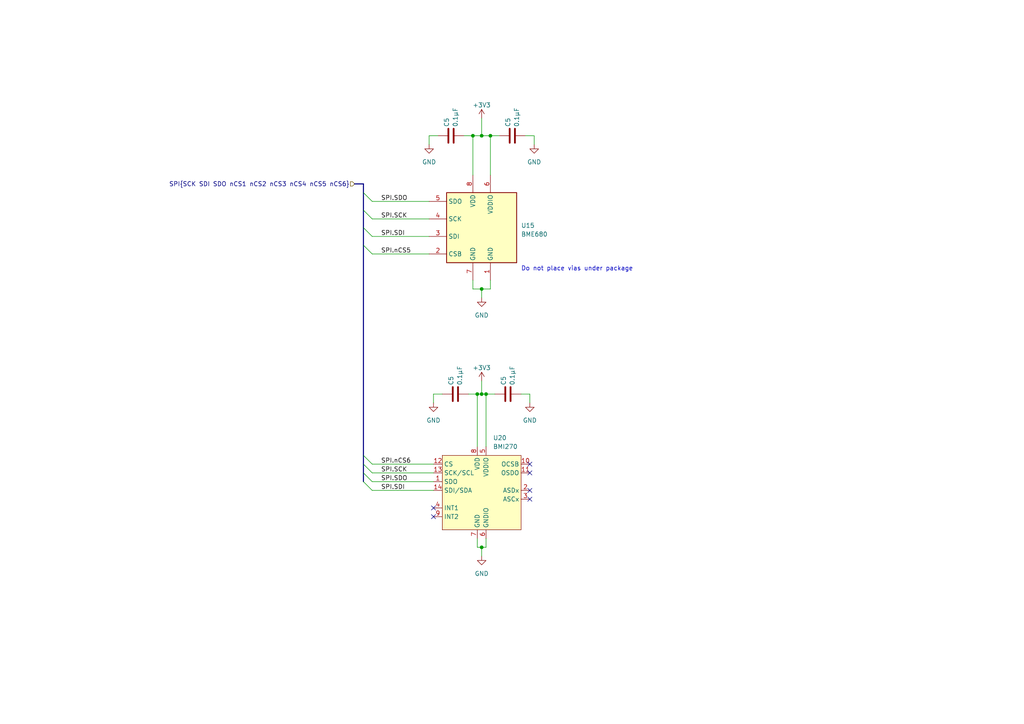
<source format=kicad_sch>
(kicad_sch (version 20230121) (generator eeschema)
  (paper "A4")
  (title_block (rev "1") (company "University of Minnesota") (comment 1 "Author: Thanasi Pantazides, panta013@umn.edu"))
  (lib_symbols
    (symbol "Device:C" (pin_numbers hide) (pin_names (offset 0.254))
      (property "Reference" "C" (at 0.635 2.54 0))
      (property "Value" "C" (at 0.635 -2.54 0))
      (symbol "C_0_1"
        (polyline (pts (xy -2.032 -0.762) (xy 2.032 -0.762)) (stroke (width 0.508)))
        (polyline (pts (xy -2.032 0.762) (xy 2.032 0.762)) (stroke (width 0.508)))
      )
      (symbol "C_1_1"
        (pin passive line (at 0 3.81 270) (length 2.794) (name "~") (number "1"))
        (pin passive line (at 0 -3.81 90) (length 2.794) (name "~") (number "2"))
      )
    )
    (symbol "Sensor:BME680"
      (property "Reference" "U" (at -8.89 11.43 0))
      (property "Value" "BME680" (at 7.62 11.43 0))
      (symbol "BME680_0_1"
        (rectangle (start -10.16 10.16) (end 10.16 -10.16) (stroke (width 0.254)) (fill (type background)))
      )
      (symbol "BME680_1_1"
        (pin power_in line (at -2.54 -15.24 90) (length 5.08) (name "GND") (number "1"))
        (pin input line (at 15.24 -7.62 180) (length 5.08) (name "CSB") (number "2"))
        (pin bidirectional line (at 15.24 -2.54 180) (length 5.08) (name "SDI") (number "3"))
        (pin input line (at 15.24 2.54 180) (length 5.08) (name "SCK") (number "4"))
        (pin bidirectional line (at 15.24 7.62 180) (length 5.08) (name "SDO") (number "5"))
        (pin power_in line (at -2.54 15.24 270) (length 5.08) (name "VDDIO") (number "6"))
        (pin power_in line (at 2.54 -15.24 90) (length 5.08) (name "GND") (number "7"))
        (pin power_in line (at 2.54 15.24 270) (length 5.08) (name "VDD") (number "8"))
      )
    )
    (symbol "Sensor_Motion:BMI270"
      (property "Reference" "U" (at -7.62 1.27 0))
      (property "Value" "BMI270" (at 7.62 1.27 0))
      (symbol "BMI270_0_1"
        (rectangle (start -11.43 0) (end 11.43 -21.59) (fill (type background)))
      )
      (symbol "BMI270_1_1"
        (pin output line (at -13.97 -7.62 0) (length 2.54) (name "SDO") (number "1"))
        (pin input line (at 13.97 -2.54 180) (length 2.54) (name "OCSB") (number "10"))
        (pin output line (at 13.97 -5.08 180) (length 2.54) (name "OSDO") (number "11"))
        (pin input line (at -13.97 -2.54 0) (length 2.54) (name "CS") (number "12"))
        (pin input line (at -13.97 -5.08 0) (length 2.54) (name "SCK/SCL") (number "13"))
        (pin bidirectional line (at -13.97 -10.16 0) (length 2.54) (name "SDI/SDA") (number "14"))
        (pin bidirectional line (at 13.97 -10.16 180) (length 2.54) (name "ASDx") (number "2"))
        (pin bidirectional line (at 13.97 -12.7 180) (length 2.54) (name "ASCx") (number "3"))
        (pin bidirectional line (at -13.97 -15.24 0) (length 2.54) (name "INT1") (number "4"))
        (pin power_in line (at 1.27 2.54 270) (length 2.54) (name "VDDIO") (number "5"))
        (pin passive line (at 1.27 -24.13 90) (length 2.54) (name "GNDIO") (number "6"))
        (pin passive line (at -1.27 -24.13 90) (length 2.54) (name "GND") (number "7"))
        (pin power_in line (at -1.27 2.54 270) (length 2.54) (name "VDD") (number "8"))
        (pin bidirectional line (at -13.97 -17.78 0) (length 2.54) (name "INT2") (number "9"))
      )
    )
    (symbol "power:+3V3" (power) (pin_names (offset 0))
      (property "Value" "+3V3" (at 0 3.556 0))
      (symbol "+3V3_0_1"
        (polyline (pts (xy -0.762 1.27) (xy 0 2.54)))
        (polyline (pts (xy 0 0) (xy 0 2.54)))
        (polyline (pts (xy 0 2.54) (xy 0.762 1.27)))
      )
      (symbol "+3V3_1_1"
        (pin power_in line (at 0 0 90) (length 0) hide (name "+3V3") (number "1"))
      )
    )
    (symbol "power:GND" (power) (pin_names (offset 0))
      (property "Value" "GND" (at 0 -3.81 0))
      (symbol "GND_0_1"
        (polyline (pts (xy 0 0) (xy 0 -1.27) (xy 1.27 -1.27) (xy 0 -2.54) (xy -1.27 -1.27) (xy 0 -1.27)))
      )
      (symbol "GND_1_1"
        (pin power_in line (at 0 0 270) (length 0) hide (name "GND") (number "1"))
      )
    )
  )
  (junction (at 139.7 39.37))
  (junction (at 140.97 114.3))
  (junction (at 137.16 39.37))
  (junction (at 139.7 158.75))
  (junction (at 142.24 39.37))
  (junction (at 139.7 83.82))
  (junction (at 138.43 114.3))
  (junction (at 139.7 114.3))
  (no_connect (at 153.67 134.62))
  (no_connect (at 153.67 144.78))
  (no_connect (at 153.67 137.16))
  (no_connect (at 125.73 147.32))
  (no_connect (at 153.67 142.24))
  (no_connect (at 125.73 149.86))
  (bus_entry (at 105.41 137.16) (size 2.54 2.54))
  (bus_entry (at 105.41 139.7) (size 2.54 2.54))
  (bus_entry (at 105.41 134.62) (size 2.54 2.54))
  (bus_entry (at 105.41 132.08) (size 2.54 2.54))
  (bus_entry (at 105.41 71.12) (size 2.54 2.54))
  (bus_entry (at 105.41 60.96) (size 2.54 2.54))
  (bus_entry (at 105.41 66.04) (size 2.54 2.54))
  (bus_entry (at 105.41 55.88) (size 2.54 2.54))
  (bus (pts (xy 105.41 66.04) (xy 105.41 60.96)))
  (wire (pts (xy 107.95 139.7) (xy 125.73 139.7)))
  (bus (pts (xy 105.41 137.16) (xy 105.41 134.62)))
  (bus (pts (xy 102.87 53.34) (xy 105.41 53.34)))
  (wire (pts (xy 137.16 39.37) (xy 137.16 50.8)))
  (wire (pts (xy 154.94 39.37) (xy 154.94 41.91)))
  (wire (pts (xy 151.13 114.3) (xy 153.67 114.3)))
  (wire (pts (xy 138.43 156.21) (xy 138.43 158.75)))
  (wire (pts (xy 142.24 81.28) (xy 142.24 83.82)))
  (wire (pts (xy 139.7 110.49) (xy 139.7 114.3)))
  (wire (pts (xy 137.16 83.82) (xy 139.7 83.82)))
  (bus (pts (xy 105.41 55.88) (xy 105.41 53.34)))
  (wire (pts (xy 107.95 134.62) (xy 125.73 134.62)))
  (wire (pts (xy 107.95 142.24) (xy 125.73 142.24)))
  (bus (pts (xy 105.41 71.12) (xy 105.41 66.04)))
  (wire (pts (xy 107.95 68.58) (xy 124.46 68.58)))
  (wire (pts (xy 139.7 158.75) (xy 140.97 158.75)))
  (wire (pts (xy 107.95 63.5) (xy 124.46 63.5)))
  (wire (pts (xy 142.24 39.37) (xy 142.24 50.8)))
  (wire (pts (xy 124.46 39.37) (xy 124.46 41.91)))
  (wire (pts (xy 139.7 83.82) (xy 139.7 86.36)))
  (wire (pts (xy 125.73 114.3) (xy 125.73 116.84)))
  (wire (pts (xy 142.24 39.37) (xy 144.78 39.37)))
  (wire (pts (xy 139.7 114.3) (xy 138.43 114.3)))
  (wire (pts (xy 142.24 83.82) (xy 139.7 83.82)))
  (wire (pts (xy 140.97 114.3) (xy 140.97 129.54)))
  (bus (pts (xy 105.41 139.7) (xy 105.41 137.16)))
  (wire (pts (xy 139.7 158.75) (xy 139.7 161.29)))
  (wire (pts (xy 153.67 114.3) (xy 153.67 116.84)))
  (wire (pts (xy 140.97 114.3) (xy 139.7 114.3)))
  (bus (pts (xy 105.41 134.62) (xy 105.41 132.08)))
  (wire (pts (xy 134.62 39.37) (xy 137.16 39.37)))
  (wire (pts (xy 137.16 39.37) (xy 139.7 39.37)))
  (wire (pts (xy 138.43 158.75) (xy 139.7 158.75)))
  (wire (pts (xy 128.27 114.3) (xy 125.73 114.3)))
  (wire (pts (xy 107.95 137.16) (xy 125.73 137.16)))
  (wire (pts (xy 135.89 114.3) (xy 138.43 114.3)))
  (wire (pts (xy 127 39.37) (xy 124.46 39.37)))
  (wire (pts (xy 142.24 39.37) (xy 139.7 39.37)))
  (bus (pts (xy 105.41 60.96) (xy 105.41 55.88)))
  (wire (pts (xy 138.43 114.3) (xy 138.43 129.54)))
  (wire (pts (xy 137.16 83.82) (xy 137.16 81.28)))
  (wire (pts (xy 140.97 158.75) (xy 140.97 156.21)))
  (bus (pts (xy 105.41 132.08) (xy 105.41 71.12)))
  (wire (pts (xy 139.7 34.29) (xy 139.7 39.37)))
  (wire (pts (xy 152.4 39.37) (xy 154.94 39.37)))
  (wire (pts (xy 107.95 73.66) (xy 124.46 73.66)))
  (wire (pts (xy 107.95 58.42) (xy 124.46 58.42)))
  (wire (pts (xy 140.97 114.3) (xy 143.51 114.3)))
  (text "Do not place vias under package" (at 151.13 78.74 0) (effects (font (size 1.27 1.27)) (justify left bottom)))
  (label "SPI.nCS5" (at 110.49 73.66 0))
  (label "SPI.SDO" (at 110.49 139.7 0))
  (label "SPI.SDI" (at 110.49 142.24 0))
  (label "SPI.SDO" (at 110.49 58.42 0))
  (label "SPI.nCS6" (at 110.49 134.62 0))
  (label "SPI.SCK" (at 110.49 63.5 0))
  (label "SPI.SCK" (at 110.49 137.16 0))
  (label "SPI.SDI" (at 110.49 68.58 0))
  (hierarchical_label "SPI{SCK SDI SDO nCS1 nCS2 nCS3 nCS4 nCS5 nCS6}" (shape input) (at 102.87 53.34 180))
  (symbol (lib_id "power:+3V3") (at 139.7 34.29 0) (unit 1)
    (property "Reference" "#PWR04" (effects hide))
    (property "Value" "+3V3" (at 139.7 30.48 0))
  )
  (symbol (lib_id "power:GND") (at 124.46 41.91 0) (unit 1)
    (property "Reference" "#PWR07" (effects hide))
    (property "Value" "GND" (at 124.46 46.99 0))
  )
  (symbol (lib_id "Device:C") (at 130.81 39.37 90) (unit 1)
    (property "Reference" "C5" (at 129.54 36.83 0) (effects (justify left)))
    (property "Value" "0.1µF" (at 132.08 36.83 0) (effects (justify left)))
    (property "Footprint" "Capacitor_SMD:C_0603_1608Metric" (effects hide))
    (instances (project "plenum" (path "" (reference "C5") (unit 1)) (path "" (reference "C46") (unit 1))))
  )
  (symbol (lib_id "power:GND") (at 154.94 41.91 0) (unit 1)
    (property "Reference" "#PWR08" (effects hide))
    (property "Value" "GND" (at 154.94 46.99 0))
  )
  (symbol (lib_id "Sensor_Motion:BMI270") (at 139.7 132.08 0) (unit 1)
    (property "Reference" "U20" (at 142.9894 127 0) (effects (justify left)))
    (property "Value" "BMI270" (at 142.9894 129.54 0) (effects (justify left)))
    (property "Footprint" "Sensor_Motion:BMI270" (effects hide))
    (property "Datasheet" "https://www.bosch-sensortec.com/media/boschsensortec/downloads/datasheets/bst-bmi270-ds000.pdf" (effects hide))
    (property "Digikey" "828-1091-1-ND" (effects hide))
  )
  (symbol (lib_id "Device:C") (at 132.08 114.3 90) (unit 1)
    (property "Reference" "C5" (at 130.81 111.76 0) (effects (justify left)))
    (property "Value" "0.1µF" (at 133.35 111.76 0) (effects (justify left)))
    (property "Footprint" "Capacitor_SMD:C_0603_1608Metric" (effects hide))
    (instances (project "plenum" (path "" (reference "C5") (unit 1)) (path "" (reference "C45") (unit 1))))
  )
  (symbol (lib_id "Device:C") (at 148.59 39.37 90) (unit 1)
    (property "Reference" "C5" (at 147.32 36.83 0) (effects (justify left)))
    (property "Value" "0.1µF" (at 149.86 36.83 0) (effects (justify left)))
    (property "Footprint" "Capacitor_SMD:C_0603_1608Metric" (effects hide))
    (instances (project "plenum" (path "" (reference "C5") (unit 1)) (path "" (reference "C47") (unit 1))))
  )
  (symbol (lib_id "power:GND") (at 125.73 116.84 0) (unit 1)
    (property "Reference" "#PWR06" (effects hide))
    (property "Value" "GND" (at 125.73 121.92 0))
  )
  (symbol (lib_id "power:GND") (at 139.7 161.29 0) (unit 1)
    (property "Reference" "#PWR02" (effects hide))
    (property "Value" "GND" (at 139.7 166.37 0))
  )
  (symbol (lib_id "power:GND") (at 139.7 86.36 0) (unit 1)
    (property "Reference" "#PWR03" (effects hide))
    (property "Value" "GND" (at 139.7 91.44 0))
  )
  (symbol (lib_id "power:+3V3") (at 139.7 110.49 0) (unit 1)
    (property "Reference" "#PWR01" (effects hide))
    (property "Value" "+3V3" (at 139.7 106.68 0))
  )
  (symbol (lib_id "Sensor:BME680") (at 139.7 66.04 0) (mirror y) (unit 1)
    (property "Reference" "U15" (at 151.13 65.405 0) (effects (justify right)))
    (property "Value" "BME680" (at 151.13 67.945 0) (effects (justify right)))
    (property "Footprint" "Package_LGA:Bosch_LGA-8_3x3mm_P0.8mm_ClockwisePinNumbering" (effects hide))
    (property "Datasheet" "https://ae-bst.resource.bosch.com/media/_tech/media/datasheets/BST-BME680-DS001.pdf" (effects hide))
  )
  (symbol (lib_id "power:GND") (at 153.67 116.84 0) (unit 1)
    (property "Reference" "#PWR05" (effects hide))
    (property "Value" "GND" (at 153.67 121.92 0))
  )
  (symbol (lib_id "Device:C") (at 147.32 114.3 90) (unit 1)
    (property "Reference" "C5" (at 146.05 111.76 0) (effects (justify left)))
    (property "Value" "0.1µF" (at 148.59 111.76 0) (effects (justify left)))
    (property "Footprint" "Capacitor_SMD:C_0603_1608Metric" (effects hide))
    (instances (project "plenum" (path "" (reference "C5") (unit 1)) (path "" (reference "C44") (unit 1))))
  )
)
</source>
